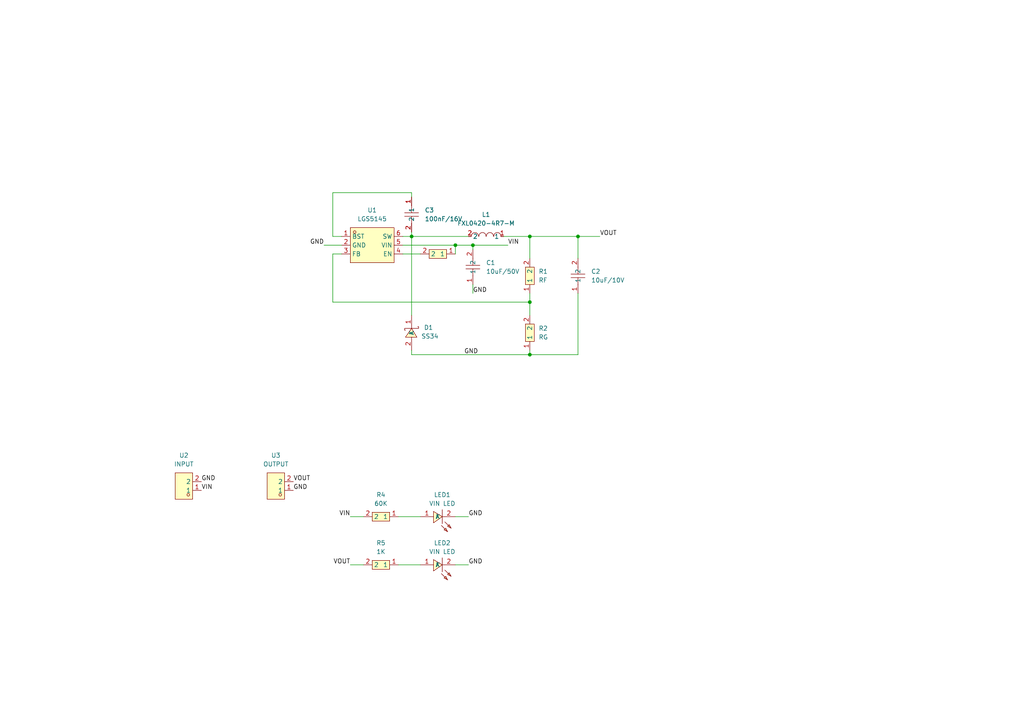
<source format=kicad_sch>
(kicad_sch (version 20250114) (generator "eeschema") (generator_version "9.0")
  (paper "A4")
  (lib_symbols
    (symbol "easyeda2kicad:CC0805CRNPO9BNR47"
      (property "Reference" "C" (at 0 5.08 0))
      (property "Value" "CC0805CRNPO9BNR47" (at 0 -5.08 0))
      (symbol "CC0805CRNPO9BNR47_0_1"
        (polyline (pts (xy -0.51 0) (xy -2.54 0)))
        (polyline (pts (xy -0.51 -2.03) (xy -0.51 2.03)))
        (polyline (pts (xy 0.51 2.03) (xy 0.51 -2.03)))
        (polyline (pts (xy 2.54 0) (xy 0.51 0)))
        (pin unspecified line (at -5.08 0 0) (length 2.54) (name "1") (number "1"))
        (pin unspecified line (at 5.08 0 180) (length 2.54) (name "2") (number "2"))
      )
    )
    (symbol "easyeda2kicad:FXL0420-4R7-M"
      (property "Reference" "L" (at 0 5.08 0))
      (property "Value" "FXL0420-4R7-M" (at 0 -5.08 0))
      (symbol "FXL0420-4R7-M_0_1"
        (arc (start -2.27 -0.02) (mid -3.28 -1.1324) (end -4.29 -0.02))
        (arc (start -0.11 -0.02) (mid -1.12 -1.1324) (end -2.13 -0.02))
        (arc (start 2.04 -0.02) (mid 1.03 -1.1324) (end 0.02 -0.02))
        (arc (start 4.23 -0.02) (mid 3.22 -1.1231) (end 2.21 -0.02))
        (pin unspecified line (at -5.08 0 0) (length 0.762) (name "1") (number "1"))
        (pin unspecified line (at 5.08 0 180) (length 0.762) (name "2") (number "2"))
      )
    )
    (symbol "easyeda2kicad:KF301-5.0-2P"
      (property "Reference" "U" (at 0 6.35 0))
      (property "Value" "KF301-5.0-2P" (at 0 -6.35 0))
      (symbol "KF301-5.0-2P_0_1"
        (rectangle (start -2.54 3.81) (end 2.54 -3.81) (fill (type background)))
        (circle (center -1.27 2.54) (radius 0.38))
        (pin unspecified line (at -5.08 1.27 0) (length 2.54) (name "1") (number "1"))
        (pin unspecified line (at -5.08 -1.27 0) (length 2.54) (name "2") (number "2"))
      )
    )
    (symbol "easyeda2kicad:LGS5145"
      (property "Reference" "U" (at 0 7.62 0))
      (property "Value" "LGS5145" (at 0 -7.62 0))
      (symbol "LGS5145_0_1"
        (rectangle (start -6.35 5.08) (end 6.35 -5.08) (fill (type background)))
        (circle (center -5.08 3.81) (radius 0.38))
        (pin unspecified line (at -8.89 2.54 0) (length 2.54) (name "BST") (number "1"))
        (pin unspecified line (at -8.89 0 0) (length 2.54) (name "GND") (number "2"))
        (pin unspecified line (at -8.89 -2.54 0) (length 2.54) (name "FB") (number "3"))
        (pin unspecified line (at 8.89 2.54 180) (length 2.54) (name "SW") (number "6"))
        (pin unspecified line (at 8.89 0 180) (length 2.54) (name "VIN") (number "5"))
        (pin unspecified line (at 8.89 -2.54 180) (length 2.54) (name "EN") (number "4"))
      )
    )
    (symbol "easyeda2kicad:ORH-YG36A(0.6T)"
      (property "Reference" "LED" (at 0 5.08 0))
      (property "Value" "ORH-YG36A(0.6T)" (at 0 -5.08 0))
      (symbol "ORH-YG36A(0.6T)_0_1"
        (polyline (pts (xy -3.81 3.3) (xy -2.79 2.79) (xy -3.3 2.29) (xy -3.81 3.3)) (fill (type background)))
        (polyline (pts (xy -2.79 4.32) (xy -1.78 3.81) (xy -2.29 3.3) (xy -2.79 4.32)) (fill (type background)))
        (polyline (pts (xy -2.03 1.52) (xy -3.81 3.3)))
        (polyline (pts (xy -1.27 2.03) (xy -1.27 -2.03)))
        (polyline (pts (xy -1.02 2.54) (xy -2.79 4.32)))
        (polyline (pts (xy 1.27 -1.52) (xy -1.27 0) (xy 1.27 1.78) (xy 1.27 -1.52)) (fill (type background)))
        (pin unspecified line (at -5.08 0 0) (length 3.81) (name "K") (number "2"))
        (pin unspecified line (at 5.08 0 180) (length 3.81) (name "A") (number "1"))
      )
    )
    (symbol "easyeda2kicad:SS34_C8678"
      (property "Reference" "D" (at 0 5.08 0))
      (property "Value" "SS34_C8678" (at 0 -5.08 0))
      (symbol "SS34_C8678_0_1"
        (polyline (pts (xy -1.27 0) (xy -1.27 2.03) (xy -1.78 2.03) (xy -1.78 1.78)))
        (polyline (pts (xy -1.27 0) (xy -1.27 -2.03) (xy -0.76 -2.03) (xy -0.76 -1.78)))
        (polyline (pts (xy 1.27 1.52) (xy -1.27 0) (xy 1.27 -1.78) (xy 1.27 1.52)) (fill (type background)))
        (pin unspecified line (at -5.08 0 0) (length 3.81) (name "K") (number "1"))
        (pin unspecified line (at 5.08 0 180) (length 3.81) (name "A") (number "2"))
      )
    )
    (symbol "easyeda2kicad:TCC0603X7R104K500CT"
      (property "Reference" "C" (at 0 10.16 0))
      (property "Value" "TCC0603X7R104K500CT" (at 0 -10.16 0))
      (symbol "TCC0603X7R104K500CT_0_1"
        (polyline (pts (xy -2.03 0.51) (xy 2.03 0.51)))
        (polyline (pts (xy 0 2.54) (xy 0 0.51)))
        (polyline (pts (xy 0 -0.51) (xy 0 -2.54)))
        (polyline (pts (xy 2.03 -0.51) (xy -2.03 -0.51)))
        (pin unspecified line (at 0 5.08 270) (length 2.54) (name "2") (number "2"))
        (pin unspecified line (at 0 -5.08 90) (length 2.54) (name "1") (number "1"))
      )
    )
    (symbol "easyeda2kicad:WR06X102JGL"
      (property "Reference" "R" (at 0 5.08 0))
      (property "Value" "WR06X102JGL" (at 0 -5.08 0))
      (symbol "WR06X102JGL_0_1"
        (rectangle (start -2.54 1.27) (end 2.54 -1.27) (fill (type background)))
        (pin unspecified line (at -5.08 0 0) (length 2.54) (name "1") (number "1"))
        (pin unspecified line (at 5.08 0 180) (length 2.54) (name "2") (number "2"))
      )
    )
  )
  (junction (at 119.38 68.58))
  (junction (at 153.67 87.63))
  (junction (at 167.64 68.58))
  (junction (at 137.16 71.12))
  (junction (at 153.67 102.87))
  (junction (at 153.67 68.58))
  (junction (at 132.08 71.12))
  (wire (pts (xy 153.67 87.63) (xy 153.67 91.44)))
  (wire (pts (xy 119.38 68.58) (xy 119.38 91.44)))
  (wire (pts (xy 135.89 163.83) (xy 132.08 163.83)))
  (wire (pts (xy 116.84 68.58) (xy 119.38 68.58)))
  (wire (pts (xy 96.52 55.88) (xy 96.52 68.58)))
  (wire (pts (xy 115.57 163.83) (xy 121.92 163.83)))
  (wire (pts (xy 153.67 102.87) (xy 153.67 101.6)))
  (wire (pts (xy 137.16 72.39) (xy 137.16 71.12)))
  (wire (pts (xy 135.89 149.86) (xy 132.08 149.86)))
  (wire (pts (xy 101.6 163.83) (xy 105.41 163.83)))
  (wire (pts (xy 146.05 68.58) (xy 153.67 68.58)))
  (wire (pts (xy 137.16 71.12) (xy 147.32 71.12)))
  (wire (pts (xy 119.38 102.87) (xy 153.67 102.87)))
  (wire (pts (xy 132.08 71.12) (xy 137.16 71.12)))
  (wire (pts (xy 167.64 68.58) (xy 173.99 68.58)))
  (wire (pts (xy 115.57 149.86) (xy 121.92 149.86)))
  (wire (pts (xy 119.38 55.88) (xy 119.38 57.15)))
  (wire (pts (xy 167.64 102.87) (xy 153.67 102.87)))
  (wire (pts (xy 96.52 73.66) (xy 99.06 73.66)))
  (wire (pts (xy 153.67 85.09) (xy 153.67 87.63)))
  (wire (pts (xy 116.84 71.12) (xy 132.08 71.12)))
  (wire (pts (xy 137.16 82.55) (xy 137.16 85.09)))
  (wire (pts (xy 167.64 85.09) (xy 167.64 102.87)))
  (wire (pts (xy 121.92 73.66) (xy 116.84 73.66)))
  (wire (pts (xy 153.67 87.63) (xy 96.52 87.63)))
  (wire (pts (xy 99.06 68.58) (xy 96.52 68.58)))
  (wire (pts (xy 119.38 68.58) (xy 135.89 68.58)))
  (wire (pts (xy 153.67 68.58) (xy 167.64 68.58)))
  (wire (pts (xy 119.38 55.88) (xy 96.52 55.88)))
  (wire (pts (xy 101.6 149.86) (xy 105.41 149.86)))
  (wire (pts (xy 132.08 71.12) (xy 132.08 73.66)))
  (wire (pts (xy 153.67 68.58) (xy 153.67 74.93)))
  (wire (pts (xy 96.52 87.63) (xy 96.52 73.66)))
  (wire (pts (xy 119.38 67.31) (xy 119.38 68.58)))
  (wire (pts (xy 93.98 71.12) (xy 99.06 71.12)))
  (wire (pts (xy 167.64 68.58) (xy 167.64 74.93)))
  (wire (pts (xy 119.38 102.87) (xy 119.38 101.6)))
  (label "VOUT" (at 85.09 139.7 0))
  (label "VOUT" (at 101.6 163.83 180))
  (label "VIN" (at 101.6 149.86 180))
  (label "VIN" (at 58.42 142.24 0))
  (label "VIN" (at 147.32 71.12 0))
  (label "VOUT" (at 173.99 68.58 0))
  (label "GND" (at 93.98 71.12 180))
  (label "GND" (at 134.62 102.87 0))
  (label "GND" (at 137.16 85.09 0))
  (label "GND" (at 135.89 149.86 0))
  (label "GND" (at 135.89 163.83 0))
  (label "GND" (at 58.42 139.7 0))
  (label "GND" (at 85.09 142.24 0))
  (symbol (lib_id "easyeda2kicad:FXL0420-4R7-M") (at 140.97 68.58 180) (unit 1)
    (property "Reference" "L1" (at 140.97 62.23 0))
    (property "Value" "FXL0420-4R7-M" (at 140.97 64.77 0))
    (property "Footprint" "easyeda2kicad:IND-SMD_L4.4-W4.2" (effects (hide yes)))
    (property "Datasheet" "https://lcsc.com/product-detail/Power-Inductors_4-7uH-20_C167208.html" (effects (hide yes)))
    (property "LCSC Part" "C167208" (effects (hide yes)))
  )
  (symbol (lib_id "easyeda2kicad:WR06X102JGL") (at 110.49 149.86 180) (unit 1)
    (property "Reference" "R4" (at 110.49 143.51 0))
    (property "Value" "60K" (at 110.49 146.05 0))
    (property "Footprint" "easyeda2kicad:R0603" (effects (hide yes)))
    (property "LCSC Part" "C2918515" (effects (hide yes)))
  )
  (symbol (lib_id "easyeda2kicad:LGS5145") (at 107.95 71.12 0) (unit 1)
    (property "Reference" "U1" (at 107.95 60.96 0))
    (property "Value" "LGS5145" (at 107.95 63.5 0))
    (property "Footprint" "easyeda2kicad:SOT-23-6_L2.9-W1.7-P0.95-LS2.8-BL" (effects (hide yes)))
    (property "LCSC Part" "C5123971" (effects (hide yes)))
  )
  (symbol (lib_id "easyeda2kicad:WR06X102JGL") (at 153.67 96.52 90) (unit 1)
    (property "Reference" "R2" (at 156.21 95.2499 90) (effects (justify right)))
    (property "Value" "RG" (at 156.21 97.7899 90) (effects (justify right)))
    (property "Footprint" "easyeda2kicad:R0603" (effects (hide yes)))
    (property "LCSC Part" "C2918515" (effects (hide yes)))
  )
  (symbol (lib_id "easyeda2kicad:ORH-YG36A(0.6T)") (at 127 163.83 180) (unit 1)
    (property "Reference" "LED2" (at 128.27 157.48 0))
    (property "Value" "VIN LED" (at 128.27 160.02 0))
    (property "Footprint" "easyeda2kicad:LED0603-R-RD" (effects (hide yes)))
    (property "Datasheet" "https://lcsc.com/product-detail/Light-Emitting-Diodes-LED_0603-yellow-green_C205450.html" (effects (hide yes)))
    (property "LCSC Part" "C205450" (effects (hide yes)))
  )
  (symbol (lib_id "easyeda2kicad:WR06X102JGL") (at 153.67 80.01 90) (unit 1)
    (property "Reference" "R1" (at 156.21 78.7399 90) (effects (justify right)))
    (property "Value" "RF" (at 156.21 81.2799 90) (effects (justify right)))
    (property "Footprint" "easyeda2kicad:R0603" (effects (hide yes)))
    (property "LCSC Part" "C2918515" (effects (hide yes)))
  )
  (symbol (lib_id "easyeda2kicad:ORH-YG36A(0.6T)") (at 127 149.86 180) (unit 1)
    (property "Reference" "LED1" (at 128.27 143.51 0))
    (property "Value" "VIN LED" (at 128.27 146.05 0))
    (property "Footprint" "easyeda2kicad:LED0603-R-RD" (effects (hide yes)))
    (property "Datasheet" "https://lcsc.com/product-detail/Light-Emitting-Diodes-LED_0603-yellow-green_C205450.html" (effects (hide yes)))
    (property "LCSC Part" "C205450" (effects (hide yes)))
  )
  (symbol (lib_id "easyeda2kicad:WR06X102JGL") (at 127 73.66 180) (unit 1)
    (property "Reference" "R3" (effects (hide yes)))
    (property "Value" "RF" (effects (hide yes)))
    (property "Footprint" "easyeda2kicad:R0603" (effects (hide yes)))
    (property "LCSC Part" "C2918515" (effects (hide yes)))
  )
  (symbol (lib_id "easyeda2kicad:TCC0603X7R104K500CT") (at 119.38 62.23 180) (unit 1)
    (property "Reference" "C3" (at 123.19 60.9599 0) (effects (justify right)))
    (property "Value" "100nF/16V" (at 123.19 63.4999 0) (effects (justify right)))
    (property "Footprint" "easyeda2kicad:C0603" (effects (hide yes)))
    (property "Datasheet" "https://lcsc.com/product-detail/Multilayer-Ceramic-Capacitors-MLCC-SMD-SMT_CCTC-TCC0603X7R104K500CT_C282519.html" (effects (hide yes)))
    (property "LCSC Part" "C282519" (effects (hide yes)))
  )
  (symbol (lib_id "easyeda2kicad:SS34_C8678") (at 119.38 96.52 270) (unit 1)
    (property "Reference" "D1" (at 122.936 94.996 90) (effects (justify left)))
    (property "Value" "SS34" (at 122.174 97.536 90) (effects (justify left)))
    (property "Footprint" "easyeda2kicad:SMA_L4.3-W2.6-LS5.2-RD" (effects (hide yes)))
    (property "Datasheet" "https://lcsc.com/product-detail/Schottky-Barrier-Diodes-SBD_SS34_C8678.html" (effects (hide yes)))
    (property "LCSC Part" "C8678" (effects (hide yes)))
  )
  (symbol (lib_id "easyeda2kicad:CC0805CRNPO9BNR47") (at 137.16 77.47 90) (unit 1)
    (property "Reference" "C1" (at 140.97 76.1999 90) (effects (justify right)))
    (property "Value" "10uF/50V" (at 140.97 78.7399 90) (effects (justify right)))
    (property "Footprint" "easyeda2kicad:C0805" (effects (hide yes)))
    (property "Datasheet" "https://lcsc.com/product-detail/Multilayer-Ceramic-Capacitors-MLCC-SMD-SMT_YAGEO-CC0805CRNPO9BNR47_C519946.html" (effects (hide yes)))
    (property "LCSC Part" "C519946" (effects (hide yes)))
  )
  (symbol (lib_id "easyeda2kicad:TCC0603X7R104K500CT") (at 167.64 80.01 0) (unit 1)
    (property "Reference" "C2" (at 171.45 78.7399 0) (effects (justify left)))
    (property "Value" "10uF/10V" (at 171.45 81.2799 0) (effects (justify left)))
    (property "Footprint" "easyeda2kicad:C0603" (effects (hide yes)))
    (property "Datasheet" "https://lcsc.com/product-detail/Multilayer-Ceramic-Capacitors-MLCC-SMD-SMT_CCTC-TCC0603X7R104K500CT_C282519.html" (effects (hide yes)))
    (property "LCSC Part" "C282519" (effects (hide yes)))
  )
  (symbol (lib_id "easyeda2kicad:KF301-5.0-2P") (at 53.34 140.97 180) (unit 1)
    (property "Reference" "U2" (at 53.34 132.08 0))
    (property "Value" "INPUT" (at 53.34 134.62 0))
    (property "Footprint" "easyeda2kicad:CONN-TH_P5.00_KF301-5.0-2P" (effects (hide yes)))
    (property "Datasheet" "https://lcsc.com/product-detail/New-Quadratic-Unclassified-Data_Cixi-Kefa-Elec-KF301-5-0-2P_C474881.html" (effects (hide yes)))
    (property "LCSC Part" "C474881" (effects (hide yes)))
  )
  (symbol (lib_id "easyeda2kicad:KF301-5.0-2P") (at 80.01 140.97 180) (unit 1)
    (property "Reference" "U3" (at 80.01 132.08 0))
    (property "Value" "OUTPUT" (at 80.01 134.62 0))
    (property "Footprint" "easyeda2kicad:CONN-TH_P5.00_KF301-5.0-2P" (effects (hide yes)))
    (property "Datasheet" "https://lcsc.com/product-detail/New-Quadratic-Unclassified-Data_Cixi-Kefa-Elec-KF301-5-0-2P_C474881.html" (effects (hide yes)))
    (property "LCSC Part" "C474881" (effects (hide yes)))
  )
  (symbol (lib_id "easyeda2kicad:WR06X102JGL") (at 110.49 163.83 180) (unit 1)
    (property "Reference" "R5" (at 110.49 157.48 0))
    (property "Value" "1K" (at 110.49 160.02 0))
    (property "Footprint" "easyeda2kicad:R0603" (effects (hide yes)))
    (property "LCSC Part" "C2918515" (effects (hide yes)))
  )
)
</source>
